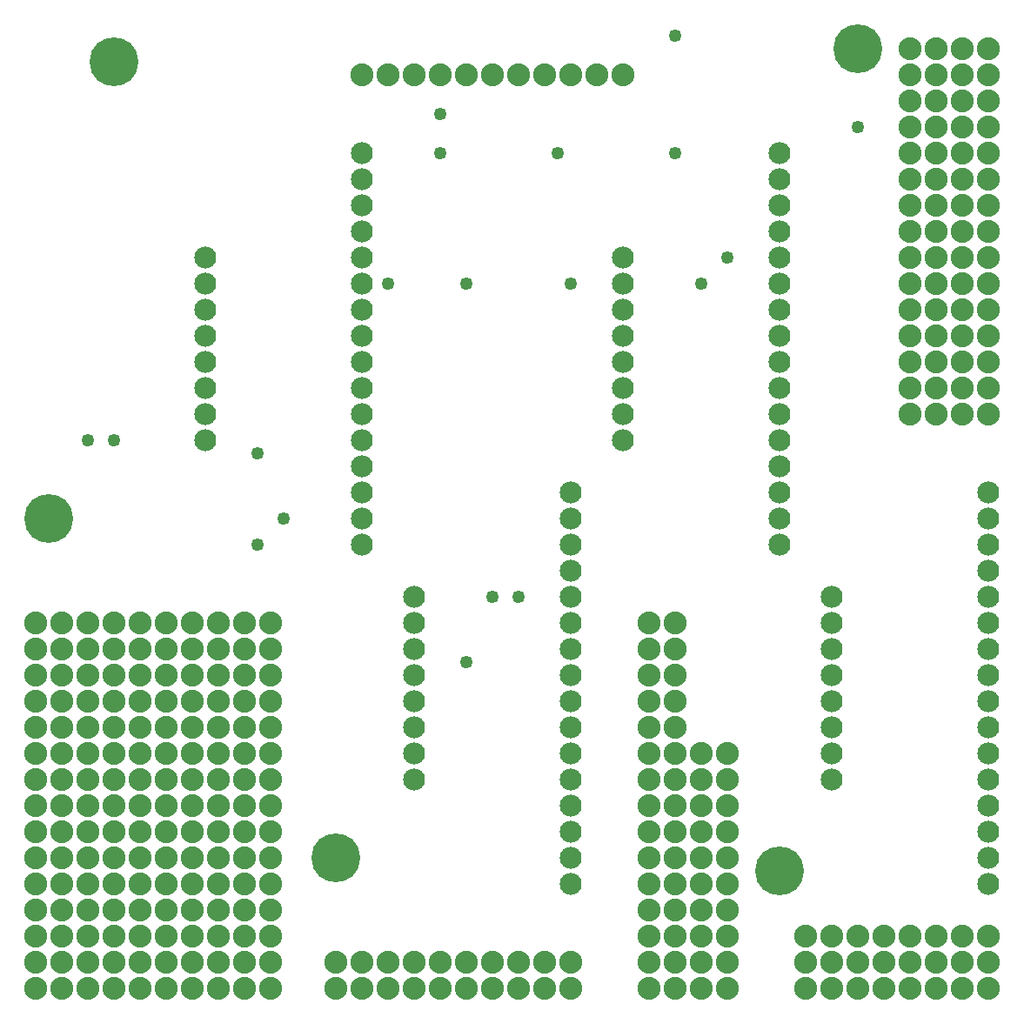
<source format=gbs>
G04 MADE WITH FRITZING*
G04 WWW.FRITZING.ORG*
G04 DOUBLE SIDED*
G04 HOLES PLATED*
G04 CONTOUR ON CENTER OF CONTOUR VECTOR*
%ASAXBY*%
%FSLAX23Y23*%
%MOIN*%
%OFA0B0*%
%SFA1.0B1.0*%
%ADD10C,0.088000*%
%ADD11C,0.084000*%
%ADD12C,0.049370*%
%ADD13C,0.187165*%
%LNMASK0*%
G90*
G70*
G54D10*
X1398Y3636D03*
X1498Y3636D03*
X1598Y3636D03*
X1698Y3636D03*
X1798Y3636D03*
X1898Y3636D03*
X1998Y3636D03*
X2098Y3636D03*
X2198Y3636D03*
X2298Y3636D03*
X2398Y3636D03*
G54D11*
X1398Y3336D03*
X1398Y3236D03*
X1398Y3136D03*
X1398Y3036D03*
X1398Y2936D03*
X1398Y2836D03*
X1398Y2736D03*
X1398Y2636D03*
X1398Y2536D03*
X1398Y2436D03*
X1398Y2336D03*
X1398Y2236D03*
X1398Y2136D03*
X1398Y2036D03*
X1398Y1936D03*
X1398Y1836D03*
X798Y2936D03*
X798Y2836D03*
X798Y2736D03*
X798Y2636D03*
X798Y2536D03*
X798Y2436D03*
X798Y2336D03*
X798Y2236D03*
X2198Y2036D03*
X2198Y1936D03*
X2198Y1836D03*
X2198Y1736D03*
X2198Y1636D03*
X2198Y1536D03*
X2198Y1436D03*
X2198Y1336D03*
X2198Y1236D03*
X2198Y1136D03*
X2198Y1036D03*
X2198Y936D03*
X2198Y836D03*
X2198Y736D03*
X2198Y636D03*
X2198Y536D03*
X1598Y1636D03*
X1598Y1536D03*
X1598Y1436D03*
X1598Y1336D03*
X1598Y1236D03*
X1598Y1136D03*
X1598Y1036D03*
X1598Y936D03*
X2998Y3336D03*
X2998Y3236D03*
X2998Y3136D03*
X2998Y3036D03*
X2998Y2936D03*
X2998Y2836D03*
X2998Y2736D03*
X2998Y2636D03*
X2998Y2536D03*
X2998Y2436D03*
X2998Y2336D03*
X2998Y2236D03*
X2998Y2136D03*
X2998Y2036D03*
X2998Y1936D03*
X2998Y1836D03*
X2398Y2936D03*
X2398Y2836D03*
X2398Y2736D03*
X2398Y2636D03*
X2398Y2536D03*
X2398Y2436D03*
X2398Y2336D03*
X2398Y2236D03*
X3798Y2036D03*
X3798Y1936D03*
X3798Y1836D03*
X3798Y1736D03*
X3798Y1636D03*
X3798Y1536D03*
X3798Y1436D03*
X3798Y1336D03*
X3798Y1236D03*
X3798Y1136D03*
X3798Y1036D03*
X3798Y936D03*
X3798Y836D03*
X3798Y736D03*
X3798Y636D03*
X3798Y536D03*
X3198Y1636D03*
X3198Y1536D03*
X3198Y1436D03*
X3198Y1336D03*
X3198Y1236D03*
X3198Y1136D03*
X3198Y1036D03*
X3198Y936D03*
G54D12*
X2198Y2836D03*
X1698Y3486D03*
X1698Y3336D03*
X1498Y2836D03*
X1798Y2836D03*
X3298Y3436D03*
X2698Y2836D03*
X2148Y3336D03*
X2598Y3786D03*
X2598Y3336D03*
X2798Y2936D03*
X1998Y1636D03*
X1098Y1936D03*
X448Y2236D03*
X1898Y1636D03*
X998Y2186D03*
X998Y1836D03*
X348Y2236D03*
X1798Y1386D03*
G54D10*
X148Y1536D03*
X148Y1436D03*
X148Y1336D03*
X148Y1236D03*
X148Y1136D03*
X148Y1036D03*
X148Y936D03*
X148Y836D03*
X148Y736D03*
X148Y636D03*
X148Y536D03*
X148Y436D03*
X148Y336D03*
X148Y236D03*
X148Y136D03*
X148Y1536D03*
X148Y1436D03*
X148Y1336D03*
X148Y1236D03*
X148Y1136D03*
X148Y1036D03*
X148Y936D03*
X148Y836D03*
X148Y736D03*
X148Y636D03*
X148Y536D03*
X148Y436D03*
X148Y336D03*
X148Y236D03*
X148Y136D03*
X248Y136D03*
X248Y236D03*
X248Y336D03*
X248Y436D03*
X248Y536D03*
X248Y636D03*
X248Y736D03*
X248Y836D03*
X248Y936D03*
X248Y1036D03*
X248Y1136D03*
X248Y1236D03*
X248Y1336D03*
X248Y1436D03*
X248Y1536D03*
X3498Y3736D03*
X3498Y3636D03*
X3498Y3536D03*
X3498Y3436D03*
X3498Y3336D03*
X3498Y3236D03*
X3498Y3136D03*
X3498Y3036D03*
X3498Y2936D03*
X3498Y2836D03*
X3498Y2736D03*
X3498Y2636D03*
X3498Y2536D03*
X3498Y2436D03*
X3498Y2336D03*
X3498Y3736D03*
X3498Y3636D03*
X3498Y3536D03*
X3498Y3436D03*
X3498Y3336D03*
X3498Y3236D03*
X3498Y3136D03*
X3498Y3036D03*
X3498Y2936D03*
X3498Y2836D03*
X3498Y2736D03*
X3498Y2636D03*
X3498Y2536D03*
X3498Y2436D03*
X3498Y2336D03*
X3598Y2336D03*
X3598Y2436D03*
X3598Y2536D03*
X3598Y2636D03*
X3598Y2736D03*
X3598Y2836D03*
X3598Y2936D03*
X3598Y3036D03*
X3598Y3136D03*
X3598Y3236D03*
X3598Y3336D03*
X3598Y3436D03*
X3598Y3536D03*
X3598Y3636D03*
X3598Y3736D03*
X948Y1536D03*
X948Y1436D03*
X948Y1336D03*
X948Y1236D03*
X948Y1136D03*
X948Y1036D03*
X948Y936D03*
X948Y836D03*
X948Y736D03*
X948Y636D03*
X948Y536D03*
X948Y436D03*
X948Y336D03*
X948Y236D03*
X948Y136D03*
X948Y1536D03*
X948Y1436D03*
X948Y1336D03*
X948Y1236D03*
X948Y1136D03*
X948Y1036D03*
X948Y936D03*
X948Y836D03*
X948Y736D03*
X948Y636D03*
X948Y536D03*
X948Y436D03*
X948Y336D03*
X948Y236D03*
X948Y136D03*
X1048Y136D03*
X1048Y236D03*
X1048Y336D03*
X1048Y436D03*
X1048Y536D03*
X1048Y636D03*
X1048Y736D03*
X1048Y836D03*
X1048Y936D03*
X1048Y1036D03*
X1048Y1136D03*
X1048Y1236D03*
X1048Y1336D03*
X1048Y1436D03*
X1048Y1536D03*
X548Y1536D03*
X548Y1436D03*
X548Y1336D03*
X548Y1236D03*
X548Y1136D03*
X548Y1036D03*
X548Y936D03*
X548Y836D03*
X548Y736D03*
X548Y636D03*
X548Y536D03*
X548Y436D03*
X548Y336D03*
X548Y236D03*
X548Y136D03*
X548Y1536D03*
X548Y1436D03*
X548Y1336D03*
X548Y1236D03*
X548Y1136D03*
X548Y1036D03*
X548Y936D03*
X548Y836D03*
X548Y736D03*
X548Y636D03*
X548Y536D03*
X548Y436D03*
X548Y336D03*
X548Y236D03*
X548Y136D03*
X648Y136D03*
X648Y236D03*
X648Y336D03*
X648Y436D03*
X648Y536D03*
X648Y636D03*
X648Y736D03*
X648Y836D03*
X648Y936D03*
X648Y1036D03*
X648Y1136D03*
X648Y1236D03*
X648Y1336D03*
X648Y1436D03*
X648Y1536D03*
X3698Y3736D03*
X3698Y3636D03*
X3698Y3536D03*
X3698Y3436D03*
X3698Y3336D03*
X3698Y3236D03*
X3698Y3136D03*
X3698Y3036D03*
X3698Y2936D03*
X3698Y2836D03*
X3698Y2736D03*
X3698Y2636D03*
X3698Y2536D03*
X3698Y2436D03*
X3698Y2336D03*
X3698Y3736D03*
X3698Y3636D03*
X3698Y3536D03*
X3698Y3436D03*
X3698Y3336D03*
X3698Y3236D03*
X3698Y3136D03*
X3698Y3036D03*
X3698Y2936D03*
X3698Y2836D03*
X3698Y2736D03*
X3698Y2636D03*
X3698Y2536D03*
X3698Y2436D03*
X3698Y2336D03*
X3798Y2336D03*
X3798Y2436D03*
X3798Y2536D03*
X3798Y2636D03*
X3798Y2736D03*
X3798Y2836D03*
X3798Y2936D03*
X3798Y3036D03*
X3798Y3136D03*
X3798Y3236D03*
X3798Y3336D03*
X3798Y3436D03*
X3798Y3536D03*
X3798Y3636D03*
X3798Y3736D03*
X348Y1536D03*
X348Y1436D03*
X348Y1336D03*
X348Y1236D03*
X348Y1136D03*
X348Y1036D03*
X348Y936D03*
X348Y836D03*
X348Y736D03*
X348Y636D03*
X348Y536D03*
X348Y436D03*
X348Y336D03*
X348Y236D03*
X348Y136D03*
X348Y1536D03*
X348Y1436D03*
X348Y1336D03*
X348Y1236D03*
X348Y1136D03*
X348Y1036D03*
X348Y936D03*
X348Y836D03*
X348Y736D03*
X348Y636D03*
X348Y536D03*
X348Y436D03*
X348Y336D03*
X348Y236D03*
X348Y136D03*
X448Y136D03*
X448Y236D03*
X448Y336D03*
X448Y436D03*
X448Y536D03*
X448Y636D03*
X448Y736D03*
X448Y836D03*
X448Y936D03*
X448Y1036D03*
X448Y1136D03*
X448Y1236D03*
X448Y1336D03*
X448Y1436D03*
X448Y1536D03*
X748Y1536D03*
X748Y1436D03*
X748Y1336D03*
X748Y1236D03*
X748Y1136D03*
X748Y1036D03*
X748Y936D03*
X748Y836D03*
X748Y736D03*
X748Y636D03*
X748Y536D03*
X748Y436D03*
X748Y336D03*
X748Y236D03*
X748Y136D03*
X748Y1536D03*
X748Y1436D03*
X748Y1336D03*
X748Y1236D03*
X748Y1136D03*
X748Y1036D03*
X748Y936D03*
X748Y836D03*
X748Y736D03*
X748Y636D03*
X748Y536D03*
X748Y436D03*
X748Y336D03*
X748Y236D03*
X748Y136D03*
X848Y136D03*
X848Y236D03*
X848Y336D03*
X848Y436D03*
X848Y536D03*
X848Y636D03*
X848Y736D03*
X848Y836D03*
X848Y936D03*
X848Y1036D03*
X848Y1136D03*
X848Y1236D03*
X848Y1336D03*
X848Y1436D03*
X848Y1536D03*
G54D13*
X1298Y636D03*
X3298Y3736D03*
X448Y3686D03*
X198Y1936D03*
X2998Y586D03*
G54D10*
X2498Y1536D03*
X2498Y1436D03*
X2498Y1336D03*
X2498Y1236D03*
X2498Y1136D03*
X2498Y1036D03*
X2498Y936D03*
X2498Y836D03*
X2498Y736D03*
X2498Y636D03*
X2498Y536D03*
X2498Y436D03*
X2498Y336D03*
X2498Y236D03*
X2498Y136D03*
X2498Y1536D03*
X2498Y1436D03*
X2498Y1336D03*
X2498Y1236D03*
X2498Y1136D03*
X2498Y1036D03*
X2498Y936D03*
X2498Y836D03*
X2498Y736D03*
X2498Y636D03*
X2498Y536D03*
X2498Y436D03*
X2498Y336D03*
X2498Y236D03*
X2498Y136D03*
X2598Y136D03*
X2598Y236D03*
X2598Y336D03*
X2598Y436D03*
X2598Y536D03*
X2598Y636D03*
X2598Y736D03*
X2598Y836D03*
X2598Y936D03*
X2598Y1036D03*
X2598Y1136D03*
X2598Y1236D03*
X2598Y1336D03*
X2598Y1436D03*
X2598Y1536D03*
X2698Y1036D03*
X2698Y936D03*
X2698Y836D03*
X2698Y736D03*
X2698Y636D03*
X2698Y536D03*
X2698Y436D03*
X2698Y336D03*
X2698Y236D03*
X2698Y136D03*
X2698Y1036D03*
X2698Y936D03*
X2698Y836D03*
X2698Y736D03*
X2698Y636D03*
X2698Y536D03*
X2698Y436D03*
X2698Y336D03*
X2698Y236D03*
X2698Y136D03*
X2798Y136D03*
X2798Y236D03*
X2798Y336D03*
X2798Y436D03*
X2798Y536D03*
X2798Y636D03*
X2798Y736D03*
X2798Y836D03*
X2798Y936D03*
X2798Y1036D03*
X1298Y136D03*
X1398Y136D03*
X1498Y136D03*
X1598Y136D03*
X1698Y136D03*
X1798Y136D03*
X1898Y136D03*
X1998Y136D03*
X2098Y136D03*
X2198Y136D03*
X1298Y136D03*
X1398Y136D03*
X1498Y136D03*
X1598Y136D03*
X1698Y136D03*
X1798Y136D03*
X1898Y136D03*
X1998Y136D03*
X2098Y136D03*
X2198Y136D03*
X2198Y236D03*
X2098Y236D03*
X1998Y236D03*
X1898Y236D03*
X1798Y236D03*
X1698Y236D03*
X1598Y236D03*
X1498Y236D03*
X1398Y236D03*
X1298Y236D03*
X3098Y236D03*
X3198Y236D03*
X3298Y236D03*
X3398Y236D03*
X3498Y236D03*
X3598Y236D03*
X3698Y236D03*
X3798Y236D03*
X3098Y236D03*
X3198Y236D03*
X3298Y236D03*
X3398Y236D03*
X3498Y236D03*
X3598Y236D03*
X3698Y236D03*
X3798Y236D03*
X3798Y136D03*
X3698Y136D03*
X3598Y136D03*
X3498Y136D03*
X3398Y136D03*
X3298Y136D03*
X3198Y136D03*
X3098Y136D03*
X3098Y236D03*
X3198Y236D03*
X3298Y236D03*
X3398Y236D03*
X3498Y236D03*
X3598Y236D03*
X3698Y236D03*
X3798Y236D03*
X3098Y236D03*
X3198Y236D03*
X3298Y236D03*
X3398Y236D03*
X3498Y236D03*
X3598Y236D03*
X3698Y236D03*
X3798Y236D03*
X3798Y136D03*
X3698Y136D03*
X3598Y136D03*
X3498Y136D03*
X3398Y136D03*
X3298Y136D03*
X3198Y136D03*
X3098Y136D03*
X3098Y336D03*
X3198Y336D03*
X3298Y336D03*
X3398Y336D03*
X3498Y336D03*
X3598Y336D03*
X3698Y336D03*
X3798Y336D03*
X3098Y336D03*
X3198Y336D03*
X3298Y336D03*
X3398Y336D03*
X3498Y336D03*
X3598Y336D03*
X3698Y336D03*
X3798Y336D03*
G04 End of Mask0*
M02*
</source>
